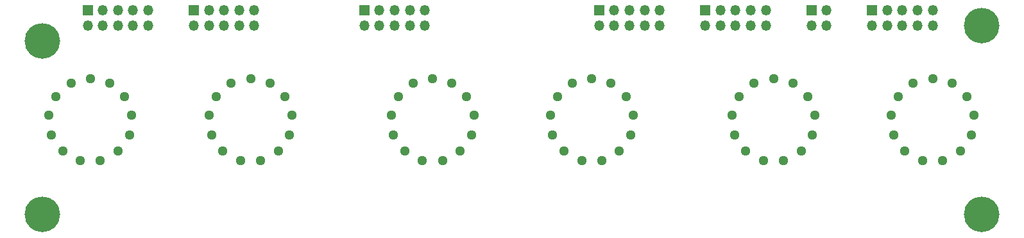
<source format=gbr>
%TF.GenerationSoftware,KiCad,Pcbnew,8.0.4+dfsg-1*%
%TF.CreationDate,2025-02-17T18:06:48+01:00*%
%TF.ProjectId,nixie-clock-tubes,6e697869-652d-4636-9c6f-636b2d747562,rev?*%
%TF.SameCoordinates,Original*%
%TF.FileFunction,Soldermask,Top*%
%TF.FilePolarity,Negative*%
%FSLAX46Y46*%
G04 Gerber Fmt 4.6, Leading zero omitted, Abs format (unit mm)*
G04 Created by KiCad (PCBNEW 8.0.4+dfsg-1) date 2025-02-17 18:06:48*
%MOMM*%
%LPD*%
G01*
G04 APERTURE LIST*
%ADD10R,1.350000X1.350000*%
%ADD11O,1.350000X1.350000*%
%ADD12C,4.700000*%
%ADD13O,1.300000X1.300000*%
G04 APERTURE END LIST*
D10*
%TO.C,J5*%
X102000000Y-89000000D03*
D11*
X102000000Y-91000000D03*
X104000000Y-89000000D03*
X104000000Y-91000000D03*
X106000000Y-89000000D03*
X106000000Y-91000000D03*
X108000000Y-89000000D03*
X108000000Y-91000000D03*
X110000000Y-89000000D03*
X110000000Y-91000000D03*
%TD*%
D12*
%TO.C,H3*%
X206000000Y-116000000D03*
%TD*%
D10*
%TO.C,J3*%
X155500000Y-89000000D03*
D11*
X155500000Y-91000000D03*
X157500000Y-89000000D03*
X157500000Y-91000000D03*
X159500000Y-89000000D03*
X159500000Y-91000000D03*
X161500000Y-89000000D03*
X161500000Y-91000000D03*
X163500000Y-89000000D03*
X163500000Y-91000000D03*
%TD*%
D12*
%TO.C,H2*%
X206000000Y-91000000D03*
%TD*%
D10*
%TO.C,J7*%
X183500000Y-89000000D03*
D11*
X183500000Y-91000000D03*
X185500000Y-89000000D03*
X185500000Y-91000000D03*
%TD*%
D10*
%TO.C,J4*%
X88000000Y-89000000D03*
D11*
X88000000Y-91000000D03*
X90000000Y-89000000D03*
X90000000Y-91000000D03*
X92000000Y-89000000D03*
X92000000Y-91000000D03*
X94000000Y-89000000D03*
X94000000Y-91000000D03*
X96000000Y-89000000D03*
X96000000Y-91000000D03*
%TD*%
D10*
%TO.C,J1*%
X169500000Y-89000000D03*
D11*
X169500000Y-91000000D03*
X171500000Y-89000000D03*
X171500000Y-91000000D03*
X173500000Y-89000000D03*
X173500000Y-91000000D03*
X175500000Y-89000000D03*
X175500000Y-91000000D03*
X177500000Y-89000000D03*
X177500000Y-91000000D03*
%TD*%
D12*
%TO.C,H4*%
X82000000Y-116000000D03*
%TD*%
D10*
%TO.C,J2*%
X191500000Y-89000000D03*
D11*
X191500000Y-91000000D03*
X193500000Y-89000000D03*
X193500000Y-91000000D03*
X195500000Y-89000000D03*
X195500000Y-91000000D03*
X197500000Y-89000000D03*
X197500000Y-91000000D03*
X199500000Y-89000000D03*
X199500000Y-91000000D03*
%TD*%
D12*
%TO.C,H1*%
X82000000Y-93000000D03*
%TD*%
D10*
%TO.C,J6*%
X124500000Y-89000000D03*
D11*
X124500000Y-91000000D03*
X126500000Y-89000000D03*
X126500000Y-91000000D03*
X128500000Y-89000000D03*
X128500000Y-91000000D03*
X130500000Y-89000000D03*
X130500000Y-91000000D03*
X132500000Y-89000000D03*
X132500000Y-91000000D03*
%TD*%
D13*
%TO.C,N1*%
X88352826Y-98000000D03*
X90908803Y-98629992D03*
X92879237Y-100375644D03*
X93812724Y-102837049D03*
X93495415Y-105450326D03*
X92000000Y-107616809D03*
X89669062Y-108840179D03*
X87036590Y-108840179D03*
X84705652Y-107616809D03*
X83210237Y-105450326D03*
X82892928Y-102837049D03*
X83826415Y-100375644D03*
X85796849Y-98629992D03*
%TD*%
%TO.C,N5*%
X178500000Y-98000000D03*
X181055977Y-98629992D03*
X183026411Y-100375644D03*
X183959898Y-102837049D03*
X183642589Y-105450326D03*
X182147174Y-107616809D03*
X179816236Y-108840179D03*
X177183764Y-108840179D03*
X174852826Y-107616809D03*
X173357411Y-105450326D03*
X173040102Y-102837049D03*
X173973589Y-100375644D03*
X175944023Y-98629992D03*
%TD*%
%TO.C,N3*%
X133500000Y-98000000D03*
X136055977Y-98629992D03*
X138026411Y-100375644D03*
X138959898Y-102837049D03*
X138642589Y-105450326D03*
X137147174Y-107616809D03*
X134816236Y-108840179D03*
X132183764Y-108840179D03*
X129852826Y-107616809D03*
X128357411Y-105450326D03*
X128040102Y-102837049D03*
X128973589Y-100375644D03*
X130944023Y-98629992D03*
%TD*%
%TO.C,N6*%
X199500000Y-98000000D03*
X202055977Y-98629992D03*
X204026411Y-100375644D03*
X204959898Y-102837049D03*
X204642589Y-105450326D03*
X203147174Y-107616809D03*
X200816236Y-108840179D03*
X198183764Y-108840179D03*
X195852826Y-107616809D03*
X194357411Y-105450326D03*
X194040102Y-102837049D03*
X194973589Y-100375644D03*
X196944023Y-98629992D03*
%TD*%
%TO.C,N2*%
X109500000Y-98000000D03*
X112055977Y-98629992D03*
X114026411Y-100375644D03*
X114959898Y-102837049D03*
X114642589Y-105450326D03*
X113147174Y-107616809D03*
X110816236Y-108840179D03*
X108183764Y-108840179D03*
X105852826Y-107616809D03*
X104357411Y-105450326D03*
X104040102Y-102837049D03*
X104973589Y-100375644D03*
X106944023Y-98629992D03*
%TD*%
%TO.C,N4*%
X154500000Y-98000000D03*
X157055977Y-98629992D03*
X159026411Y-100375644D03*
X159959898Y-102837049D03*
X159642589Y-105450326D03*
X158147174Y-107616809D03*
X155816236Y-108840179D03*
X153183764Y-108840179D03*
X150852826Y-107616809D03*
X149357411Y-105450326D03*
X149040102Y-102837049D03*
X149973589Y-100375644D03*
X151944023Y-98629992D03*
%TD*%
M02*

</source>
